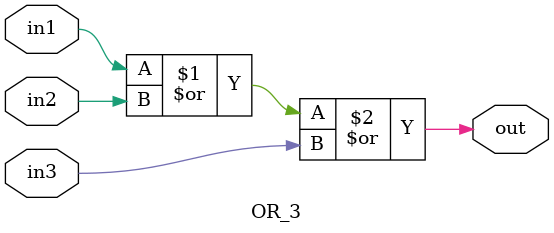
<source format=v>
module OR_3(in1,in2,in3,out);
input in1,in2,in3;
output out;
    assign out = in1 | in2 | in3;
endmodule

</source>
